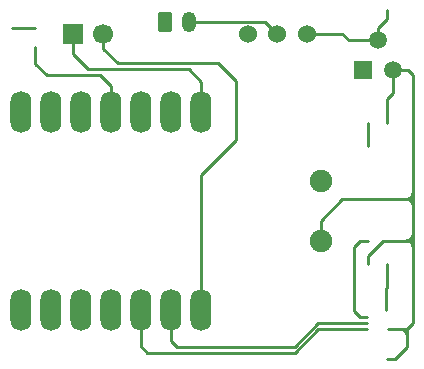
<source format=gbr>
%TF.GenerationSoftware,KiCad,Pcbnew,9.0.6*%
%TF.CreationDate,2026-02-27T13:09:19-08:00*%
%TF.ProjectId,C3_GestureDriver,43335f47-6573-4747-9572-654472697665,rev?*%
%TF.SameCoordinates,Original*%
%TF.FileFunction,Copper,L2,Bot*%
%TF.FilePolarity,Positive*%
%FSLAX46Y46*%
G04 Gerber Fmt 4.6, Leading zero omitted, Abs format (unit mm)*
G04 Created by KiCad (PCBNEW 9.0.6) date 2026-02-27 13:09:19*
%MOMM*%
%LPD*%
G01*
G04 APERTURE LIST*
G04 Aperture macros list*
%AMRoundRect*
0 Rectangle with rounded corners*
0 $1 Rounding radius*
0 $2 $3 $4 $5 $6 $7 $8 $9 X,Y pos of 4 corners*
0 Add a 4 corners polygon primitive as box body*
4,1,4,$2,$3,$4,$5,$6,$7,$8,$9,$2,$3,0*
0 Add four circle primitives for the rounded corners*
1,1,$1+$1,$2,$3*
1,1,$1+$1,$4,$5*
1,1,$1+$1,$6,$7*
1,1,$1+$1,$8,$9*
0 Add four rect primitives between the rounded corners*
20,1,$1+$1,$2,$3,$4,$5,0*
20,1,$1+$1,$4,$5,$6,$7,0*
20,1,$1+$1,$6,$7,$8,$9,0*
20,1,$1+$1,$8,$9,$2,$3,0*%
G04 Aperture macros list end*
%TA.AperFunction,ComponentPad*%
%ADD10O,1.778000X3.556000*%
%TD*%
%TA.AperFunction,ComponentPad*%
%ADD11C,1.905000*%
%TD*%
%TA.AperFunction,ComponentPad*%
%ADD12RoundRect,0.250000X-0.350000X-0.625000X0.350000X-0.625000X0.350000X0.625000X-0.350000X0.625000X0*%
%TD*%
%TA.AperFunction,ComponentPad*%
%ADD13O,1.200000X1.750000*%
%TD*%
%TA.AperFunction,ComponentPad*%
%ADD14C,1.524000*%
%TD*%
%TA.AperFunction,ComponentPad*%
%ADD15R,1.700000X1.700000*%
%TD*%
%TA.AperFunction,ComponentPad*%
%ADD16C,1.700000*%
%TD*%
%TA.AperFunction,ComponentPad*%
%ADD17R,1.498600X1.498600*%
%TD*%
%TA.AperFunction,ComponentPad*%
%ADD18C,1.498600*%
%TD*%
%TA.AperFunction,Conductor*%
%ADD19C,0.250000*%
%TD*%
G04 APERTURE END LIST*
D10*
%TO.P,U1,1,GPIO2_A0_D0*%
%TO.N,unconnected-(U1-GPIO2_A0_D0-Pad1)*%
X52800000Y-144382000D03*
%TO.P,U1,2,GPIO3_A1_D1*%
%TO.N,unconnected-(U1-GPIO3_A1_D1-Pad2)*%
X55340000Y-144382000D03*
%TO.P,U1,3,GPIO4_A2_D2*%
%TO.N,unconnected-(U1-GPIO4_A2_D2-Pad3)*%
X57880000Y-144382000D03*
%TO.P,U1,4,GPIO5_A3_D3*%
%TO.N,unconnected-(U1-GPIO5_A3_D3-Pad4)*%
X60420000Y-144382000D03*
%TO.P,U1,5,GPIO6_D4_SDA*%
%TO.N,/LSM6DS3_SDA*%
X62960000Y-144382000D03*
%TO.P,U1,6,GPIO7_D5_SCL*%
%TO.N,/LSM6DS3_SCL*%
X65500000Y-144382000D03*
%TO.P,U1,7,GPIO21_D6_TX*%
%TO.N,/TX*%
X68040000Y-144382000D03*
%TO.P,U1,8,GPIO20_D7_RX*%
%TO.N,/RX*%
X68040000Y-127618000D03*
%TO.P,U1,9,GPIO8_D8_SCK*%
%TO.N,unconnected-(U1-GPIO8_D8_SCK-Pad9)*%
X65500000Y-127618000D03*
%TO.P,U1,10,GPIO9_D9_MISO*%
%TO.N,unconnected-(U1-GPIO9_D9_MISO-Pad10)*%
X62960000Y-127618000D03*
%TO.P,U1,11,GPIO10_D10_MOSI*%
%TO.N,/D10_LED*%
X60420000Y-127618000D03*
%TO.P,U1,12,3V3*%
%TO.N,unconnected-(U1-3V3-Pad12)*%
X57880000Y-127618000D03*
%TO.P,U1,13,GND*%
%TO.N,GND*%
X55340000Y-127618000D03*
%TO.P,U1,14,VBUS*%
%TO.N,unconnected-(U1-VBUS-Pad14)*%
X52800000Y-127618000D03*
D11*
%TO.P,U1,15,BAT*%
%TO.N,+3.3V*%
X78200000Y-138540000D03*
%TO.P,U1,16,GND*%
%TO.N,GND*%
X78200000Y-133460000D03*
%TD*%
D12*
%TO.P,J1,1,Pin_1*%
%TO.N,GND*%
X65000000Y-119950000D03*
D13*
%TO.P,J1,2,Pin_2*%
%TO.N,Net-(J1-Pin_2)*%
X67000000Y-119950000D03*
%TD*%
D14*
%TO.P,SW2,1,A*%
%TO.N,unconnected-(SW2-A-Pad1)*%
X72000000Y-121000000D03*
%TO.P,SW2,2,B*%
%TO.N,Net-(J1-Pin_2)*%
X74500000Y-121000000D03*
%TO.P,SW2,3,C*%
%TO.N,Net-(SW2-C)*%
X77000000Y-121000000D03*
%TD*%
D15*
%TO.P,J2,1,Pin_1*%
%TO.N,/RX*%
X57225000Y-121000000D03*
D16*
%TO.P,J2,2,Pin_2*%
%TO.N,/TX*%
X59765000Y-121000000D03*
%TD*%
D17*
%TO.P,U3,1,GND*%
%TO.N,GND*%
X81738344Y-124083948D03*
D18*
%TO.P,U3,2,VIN*%
%TO.N,Net-(SW2-C)*%
X83008344Y-121543948D03*
%TO.P,U3,3,VOUT*%
%TO.N,+3.3V*%
X84278344Y-124083948D03*
%TD*%
D19*
%TO.N,Net-(U2-VDD)*%
X83787500Y-140500000D02*
X83787500Y-142487500D01*
X83750000Y-144337500D02*
X83750000Y-142525000D01*
X83750000Y-142525000D02*
X83775000Y-142500000D01*
X83787500Y-142487500D02*
X83775000Y-142500000D01*
%TO.N,+3.3V*%
X86000000Y-138000000D02*
X86000000Y-138500000D01*
X86000000Y-124500000D02*
X86000000Y-134500000D01*
X86000000Y-138500000D02*
X86000000Y-139000000D01*
X85500000Y-138500000D02*
X83825000Y-138500000D01*
X83825000Y-138500000D02*
X83500000Y-138500000D01*
X86000000Y-134500000D02*
X86000000Y-135000000D01*
X83775000Y-126775000D02*
X83825000Y-126825000D01*
X85583948Y-124083948D02*
X86000000Y-124500000D01*
X83775000Y-148500000D02*
X84500000Y-148500000D01*
X83500000Y-138500000D02*
X82212500Y-139787500D01*
X84278344Y-124083948D02*
X85583948Y-124083948D01*
X80000000Y-135000000D02*
X85500000Y-135000000D01*
X84500000Y-148500000D02*
X85500000Y-147500000D01*
X85500000Y-138500000D02*
X86000000Y-138500000D01*
X85500000Y-146000000D02*
X85000000Y-146000000D01*
X84278344Y-124083948D02*
X84278344Y-125996656D01*
X85500000Y-147500000D02*
X85500000Y-146500000D01*
X83825000Y-126825000D02*
X83825000Y-128500000D01*
X86000000Y-145500000D02*
X85500000Y-146000000D01*
X85500000Y-135000000D02*
X86000000Y-135000000D01*
X82212500Y-139787500D02*
X82212500Y-140500000D01*
X78200000Y-138540000D02*
X78200000Y-136800000D01*
X83775000Y-126500000D02*
X83775000Y-126775000D01*
X85000000Y-146000000D02*
X83912500Y-146000000D01*
X86000000Y-135000000D02*
X86000000Y-135500000D01*
X84278344Y-125996656D02*
X83775000Y-126500000D01*
X78200000Y-136800000D02*
X80000000Y-135000000D01*
X86000000Y-135500000D02*
X86000000Y-138000000D01*
X86000000Y-139000000D02*
X86000000Y-145500000D01*
X85500000Y-146500000D02*
X85500000Y-146000000D01*
X85500000Y-138500000D02*
G75*
G02*
X86000000Y-139000000I0J-500000D01*
G01*
X85000000Y-146000000D02*
G75*
G02*
X85500000Y-146500000I0J-500000D01*
G01*
X85500000Y-135000000D02*
G75*
G02*
X86000000Y-135500000I0J-500000D01*
G01*
X85500000Y-135000000D02*
G75*
G03*
X86000000Y-134500000I0J500000D01*
G01*
X85500000Y-138500000D02*
G75*
G03*
X86000000Y-138000000I0J500000D01*
G01*
%TO.N,Net-(SW2-C)*%
X80543948Y-121543948D02*
X83008344Y-121543948D01*
X77000000Y-121000000D02*
X80000000Y-121000000D01*
X83775000Y-119725000D02*
X83775000Y-119000000D01*
X83008344Y-121543948D02*
X83008344Y-120491656D01*
X80000000Y-121000000D02*
X80543948Y-121543948D01*
X83008344Y-120491656D02*
X83775000Y-119725000D01*
%TO.N,Net-(D1-A)*%
X53981250Y-120500000D02*
X54018750Y-120462500D01*
X52018750Y-120500000D02*
X53981250Y-120500000D01*
%TO.N,Net-(D2-A)*%
X82212500Y-130500000D02*
X82212500Y-128537500D01*
X82212500Y-128537500D02*
X82175000Y-128500000D01*
%TO.N,Net-(J1-Pin_2)*%
X67000000Y-119950000D02*
X73450000Y-119950000D01*
X73450000Y-119950000D02*
X74500000Y-121000000D01*
%TO.N,/RX*%
X58500000Y-124000000D02*
X67000000Y-124000000D01*
X57225000Y-121000000D02*
X57225000Y-122725000D01*
X57225000Y-122725000D02*
X58500000Y-124000000D01*
X67000000Y-124000000D02*
X68040000Y-125040000D01*
X68040000Y-125040000D02*
X68040000Y-128380000D01*
%TO.N,/TX*%
X68040000Y-132960000D02*
X71000000Y-130000000D01*
X71000000Y-130000000D02*
X71000000Y-125000000D01*
X71000000Y-125000000D02*
X69500000Y-123500000D01*
X59765000Y-122265000D02*
X59765000Y-121000000D01*
X69500000Y-123500000D02*
X61000000Y-123500000D01*
X68040000Y-143620000D02*
X68040000Y-132960000D01*
X61000000Y-123500000D02*
X59765000Y-122265000D01*
%TO.N,/D10_LED*%
X60420000Y-125420000D02*
X59500000Y-124500000D01*
X55000000Y-124500000D02*
X54018750Y-123518750D01*
X59500000Y-124500000D02*
X55000000Y-124500000D01*
X54018750Y-123518750D02*
X54018750Y-122112500D01*
X60420000Y-128380000D02*
X60420000Y-125420000D01*
%TO.N,Net-(U2-CS)*%
X82087500Y-145000000D02*
X81500000Y-145000000D01*
X81500000Y-138500000D02*
X82175000Y-138500000D01*
X81500000Y-145000000D02*
X81000000Y-144500000D01*
X81000000Y-139000000D02*
X81000000Y-144500000D01*
X81000000Y-139000000D02*
X81500000Y-138500000D01*
%TO.N,/LSM6DS3_SDA*%
X62960000Y-143620000D02*
X62960000Y-147460000D01*
X62960000Y-147460000D02*
X63500000Y-148000000D01*
X76000000Y-148000000D02*
X78000000Y-146000000D01*
X78000000Y-146000000D02*
X82087500Y-146000000D01*
X63500000Y-148000000D02*
X76000000Y-148000000D01*
%TO.N,/LSM6DS3_SCL*%
X66000000Y-147500000D02*
X76000000Y-147500000D01*
X65500000Y-143620000D02*
X65500000Y-147000000D01*
X76000000Y-147500000D02*
X78000000Y-145500000D01*
X78000000Y-145500000D02*
X82087500Y-145500000D01*
X65500000Y-147000000D02*
X66000000Y-147500000D01*
%TD*%
M02*

</source>
